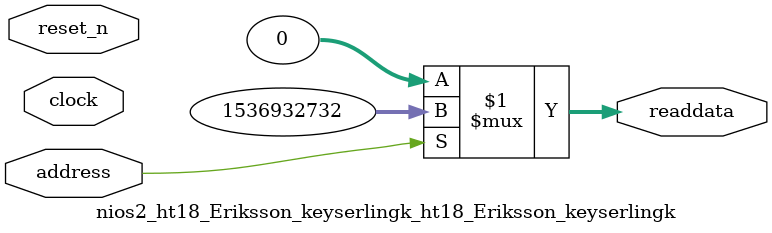
<source format=v>

`timescale 1ns / 1ps
// synthesis translate_on

// turn off superfluous verilog processor warnings 
// altera message_level Level1 
// altera message_off 10034 10035 10036 10037 10230 10240 10030 

module nios2_ht18_Eriksson_keyserlingk_ht18_Eriksson_keyserlingk (
               // inputs:
                address,
                clock,
                reset_n,

               // outputs:
                readdata
             )
;

  output  [ 31: 0] readdata;
  input            address;
  input            clock;
  input            reset_n;

  wire    [ 31: 0] readdata;
  //control_slave, which is an e_avalon_slave
  assign readdata = address ? 1536932732 : 0;

endmodule




</source>
